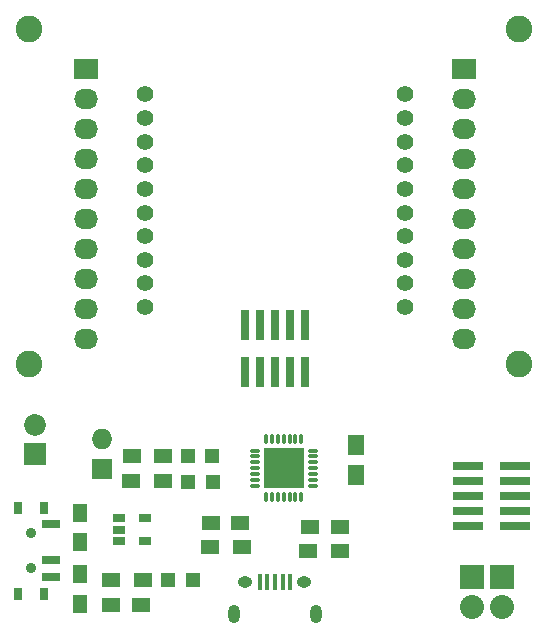
<source format=gbr>
G04 #@! TF.FileFunction,Soldermask,Top*
%FSLAX46Y46*%
G04 Gerber Fmt 4.6, Leading zero omitted, Abs format (unit mm)*
G04 Created by KiCad (PCBNEW 4.0.4-stable) date 01/27/17 12:31:46*
%MOMM*%
%LPD*%
G01*
G04 APERTURE LIST*
%ADD10C,0.100000*%
%ADD11C,2.260600*%
%ADD12C,0.900000*%
%ADD13R,1.500000X0.700000*%
%ADD14R,0.800000X1.000000*%
%ADD15R,1.060000X0.650000*%
%ADD16R,1.500000X1.250000*%
%ADD17R,0.750000X2.500000*%
%ADD18C,1.400000*%
%ADD19R,1.250000X1.500000*%
%ADD20R,0.400000X1.350000*%
%ADD21O,1.250000X0.950000*%
%ADD22O,1.000000X1.550000*%
%ADD23R,1.450000X1.700000*%
%ADD24R,1.198880X1.198880*%
%ADD25R,1.850000X1.850000*%
%ADD26C,1.850000*%
%ADD27R,2.032000X1.727200*%
%ADD28O,2.032000X1.727200*%
%ADD29R,2.032000X2.032000*%
%ADD30O,2.032000X2.032000*%
%ADD31R,2.500000X0.750000*%
%ADD32R,1.500000X1.300000*%
%ADD33R,1.727200X1.727200*%
%ADD34O,1.727200X1.727200*%
%ADD35O,0.300000X0.850000*%
%ADD36O,0.850000X0.300000*%
%ADD37R,1.675000X1.675000*%
G04 APERTURE END LIST*
D10*
D11*
X128200000Y-71600000D03*
D12*
X128325000Y-114290000D03*
X128325000Y-117290000D03*
D13*
X130075000Y-113540000D03*
X130075000Y-116540000D03*
X130075000Y-118040000D03*
D14*
X127225000Y-112140000D03*
X127225000Y-119440000D03*
X129425000Y-119440000D03*
X129425000Y-112140000D03*
D15*
X135800000Y-113050000D03*
X135800000Y-114000000D03*
X135800000Y-114950000D03*
X138000000Y-114950000D03*
X138000000Y-113050000D03*
D16*
X137650000Y-120400000D03*
X135150000Y-120400000D03*
D17*
X151540000Y-96670000D03*
X150270000Y-96670000D03*
X149000000Y-96670000D03*
X147730000Y-96670000D03*
X146460000Y-96670000D03*
X146460000Y-100670000D03*
X147730000Y-100670000D03*
X151540000Y-100670000D03*
X150270000Y-100670000D03*
D18*
X160000000Y-77160000D03*
X160000000Y-79160000D03*
X160000000Y-81160000D03*
X160000000Y-83160000D03*
X160000000Y-85160000D03*
X160000000Y-87160000D03*
X160000000Y-89160000D03*
X160000000Y-91160000D03*
X160000000Y-93160000D03*
X160000000Y-95160000D03*
X138000000Y-95160000D03*
X138000000Y-93160000D03*
X138000000Y-91160000D03*
X138000000Y-89160000D03*
X138000000Y-87160000D03*
X138000000Y-85160000D03*
X138000000Y-83160000D03*
X138000000Y-81160000D03*
X138000000Y-79160000D03*
X138000000Y-77160000D03*
D17*
X149000000Y-100670000D03*
D19*
X132510000Y-117800000D03*
X132510000Y-120300000D03*
D20*
X147699100Y-118420000D03*
X148349100Y-118420000D03*
X148999100Y-118420000D03*
X149649100Y-118420000D03*
X150299100Y-118420000D03*
D21*
X146499100Y-118420000D03*
X151499100Y-118420000D03*
D22*
X145499100Y-121120000D03*
X152499100Y-121120000D03*
D23*
X155900000Y-109350000D03*
X155900000Y-106850000D03*
D19*
X132530000Y-115080000D03*
X132530000Y-112580000D03*
D24*
X141620980Y-109970000D03*
X143719020Y-109970000D03*
X141600980Y-107760000D03*
X143699020Y-107760000D03*
X142049020Y-118300000D03*
X139950980Y-118300000D03*
D25*
X128680000Y-107610000D03*
D26*
X128680000Y-105110000D03*
D27*
X133000000Y-75000000D03*
D28*
X133000000Y-77540000D03*
X133000000Y-80080000D03*
X133000000Y-82620000D03*
X133000000Y-85160000D03*
X133000000Y-87700000D03*
X133000000Y-90240000D03*
X133000000Y-92780000D03*
X133000000Y-95320000D03*
X133000000Y-97860000D03*
D29*
X168240000Y-118000000D03*
D30*
X168240000Y-120540000D03*
D29*
X165700000Y-118000000D03*
D30*
X165700000Y-120540000D03*
D31*
X169320000Y-113700000D03*
X169320000Y-112430000D03*
X169320000Y-111160000D03*
X169320000Y-109890000D03*
X169320000Y-108620000D03*
X165320000Y-108620000D03*
X165320000Y-109890000D03*
X165320000Y-113700000D03*
X165320000Y-112430000D03*
X165320000Y-111160000D03*
D27*
X165000000Y-75000000D03*
D28*
X165000000Y-77540000D03*
X165000000Y-80080000D03*
X165000000Y-82620000D03*
X165000000Y-85160000D03*
X165000000Y-87700000D03*
X165000000Y-90240000D03*
X165000000Y-92780000D03*
X165000000Y-95320000D03*
X165000000Y-97860000D03*
D32*
X136852329Y-109917869D03*
X139552329Y-109917869D03*
X136862329Y-107807869D03*
X139562329Y-107807869D03*
X137850000Y-118300000D03*
X135150000Y-118300000D03*
D33*
X134360000Y-108910000D03*
D34*
X134360000Y-106370000D03*
D16*
X154480000Y-113770000D03*
X151980000Y-113770000D03*
X143563432Y-113410654D03*
X146063432Y-113410654D03*
D32*
X151830000Y-115850000D03*
X154530000Y-115850000D03*
X146243432Y-115500654D03*
X143543432Y-115500654D03*
D35*
X148240000Y-111260000D03*
X148740000Y-111260000D03*
X149240000Y-111260000D03*
X149740000Y-111260000D03*
X150240000Y-111260000D03*
X150740000Y-111260000D03*
X151240000Y-111260000D03*
D36*
X152190000Y-110310000D03*
X152190000Y-109810000D03*
X152190000Y-109310000D03*
X152190000Y-108810000D03*
X152190000Y-108310000D03*
X152190000Y-107810000D03*
X152190000Y-107310000D03*
D35*
X151240000Y-106360000D03*
X150740000Y-106360000D03*
X150240000Y-106360000D03*
X149740000Y-106360000D03*
X149240000Y-106360000D03*
X148740000Y-106360000D03*
X148240000Y-106360000D03*
D36*
X147290000Y-107310000D03*
X147290000Y-107810000D03*
X147290000Y-108310000D03*
X147290000Y-108810000D03*
X147290000Y-109310000D03*
X147290000Y-109810000D03*
X147290000Y-110310000D03*
D37*
X150577500Y-107972500D03*
X148902500Y-107972500D03*
X150577500Y-109647500D03*
X148902500Y-109647500D03*
D11*
X128200000Y-100000000D03*
X169700000Y-100000000D03*
X169700000Y-71600000D03*
M02*

</source>
